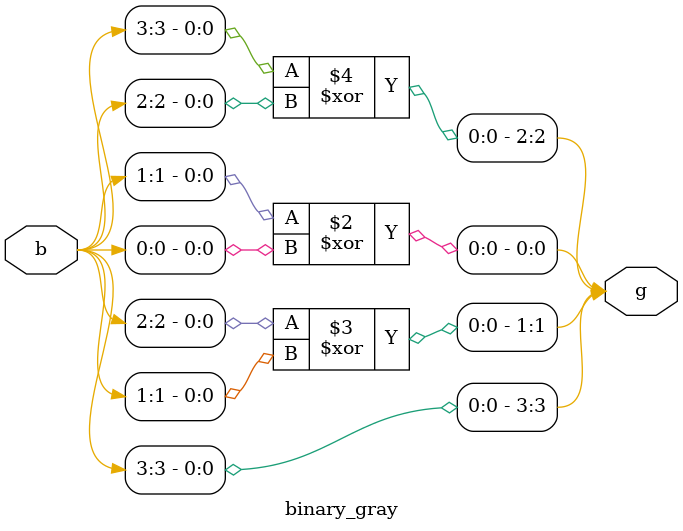
<source format=v>
module binary_gray (b,g);

input [3:0]b;
output reg [3:0]g;

always @(*) begin 
  
g[0]=b[1]^b[0];   
g[1]=b[2]^b[1];
g[2]=b[3]^b[2];
g[3]=b[3];

end 

endmodule
</source>
